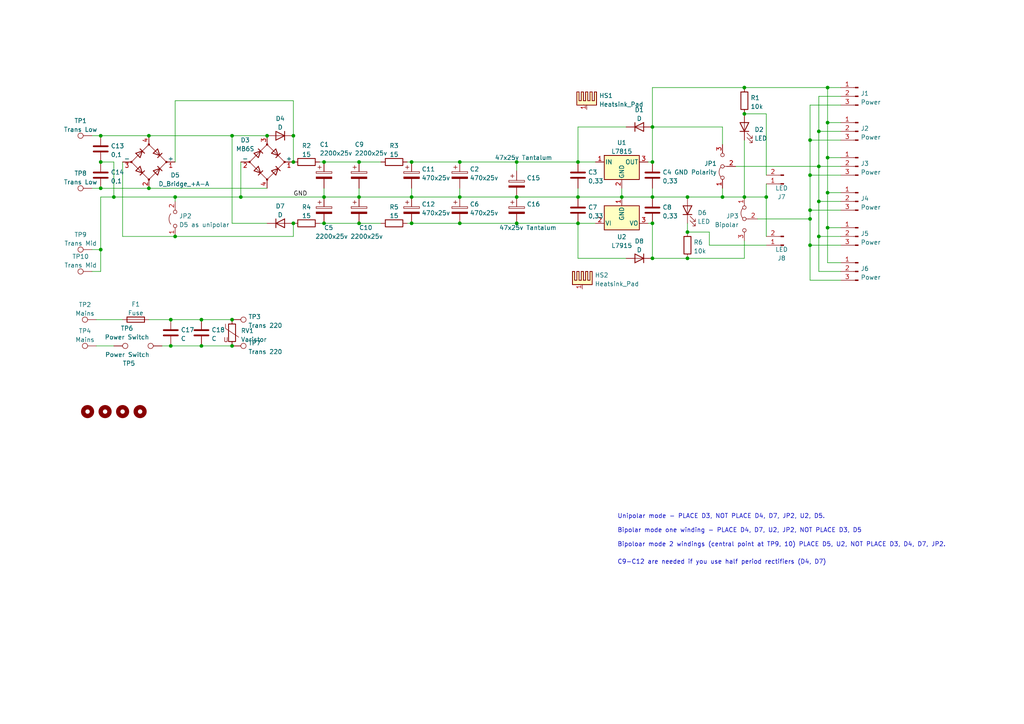
<source format=kicad_sch>
(kicad_sch (version 20211123) (generator eeschema)
  (paper "A4")
  (lib_symbols
    (symbol "Connector:Conn_01x02_Male" (pin_names (offset 1.016) hide)
      (property "Reference" "J" (at 0 2.54 0))
      (property "Value" "Conn_01x02_Male" (at 0 -5.08 0))
      (symbol "Conn_01x02_Male_1_1"
        (polyline (pts (xy 1.27 -2.54) (xy 0.8636 -2.54)) (stroke (width 0.1524)))
        (polyline (pts (xy 1.27 0) (xy 0.8636 0)) (stroke (width 0.1524)))
        (rectangle (start 0.8636 -2.413) (end 0 -2.667) (stroke (width 0.1524)) (fill (type outline)))
        (rectangle (start 0.8636 0.127) (end 0 -0.127) (stroke (width 0.1524)) (fill (type outline)))
        (pin passive line (at 5.08 0 180) (length 3.81) (name "Pin_1") (number "1"))
        (pin passive line (at 5.08 -2.54 180) (length 3.81) (name "Pin_2") (number "2"))
      )
    )
    (symbol "Connector:Conn_01x03_Male" (pin_names (offset 1.016) hide)
      (property "Reference" "J" (at 0 5.08 0))
      (property "Value" "Conn_01x03_Male" (at 0 -5.08 0))
      (symbol "Conn_01x03_Male_1_1"
        (polyline (pts (xy 1.27 -2.54) (xy 0.8636 -2.54)) (stroke (width 0.1524)))
        (polyline (pts (xy 1.27 0) (xy 0.8636 0)) (stroke (width 0.1524)))
        (polyline (pts (xy 1.27 2.54) (xy 0.8636 2.54)) (stroke (width 0.1524)))
        (rectangle (start 0.8636 -2.413) (end 0 -2.667) (stroke (width 0.1524)) (fill (type outline)))
        (rectangle (start 0.8636 0.127) (end 0 -0.127) (stroke (width 0.1524)) (fill (type outline)))
        (rectangle (start 0.8636 2.667) (end 0 2.413) (stroke (width 0.1524)) (fill (type outline)))
        (pin passive line (at 5.08 2.54 180) (length 3.81) (name "Pin_1") (number "1"))
        (pin passive line (at 5.08 0 180) (length 3.81) (name "Pin_2") (number "2"))
        (pin passive line (at 5.08 -2.54 180) (length 3.81) (name "Pin_3") (number "3"))
      )
    )
    (symbol "Connector:TestPoint" (pin_numbers hide) (pin_names (offset 0.762) hide)
      (property "Reference" "TP" (at 0 6.858 0))
      (property "Value" "TestPoint" (at 0 5.08 0))
      (symbol "TestPoint_0_1"
        (circle (center 0 3.302) (radius 0.762))
      )
      (symbol "TestPoint_1_1"
        (pin passive line (at 0 0 90) (length 2.54) (name "1") (number "1"))
      )
    )
    (symbol "Device:C" (pin_numbers hide) (pin_names (offset 0.254))
      (property "Reference" "C" (at 0.635 2.54 0))
      (property "Value" "C" (at 0.635 -2.54 0))
      (symbol "C_0_1"
        (polyline (pts (xy -2.032 -0.762) (xy 2.032 -0.762)) (stroke (width 0.508)))
        (polyline (pts (xy -2.032 0.762) (xy 2.032 0.762)) (stroke (width 0.508)))
      )
      (symbol "C_1_1"
        (pin passive line (at 0 3.81 270) (length 2.794) (name "~") (number "1"))
        (pin passive line (at 0 -3.81 90) (length 2.794) (name "~") (number "2"))
      )
    )
    (symbol "Device:C_Polarized" (pin_numbers hide) (pin_names (offset 0.254))
      (property "Reference" "C" (at 0.635 2.54 0))
      (property "Value" "C_Polarized" (at 0.635 -2.54 0))
      (symbol "C_Polarized_0_1"
        (rectangle (start -2.286 0.508) (end 2.286 1.016))
        (polyline (pts (xy -1.778 2.286) (xy -0.762 2.286)))
        (polyline (pts (xy -1.27 2.794) (xy -1.27 1.778)))
        (rectangle (start 2.286 -0.508) (end -2.286 -1.016) (fill (type outline)))
      )
      (symbol "C_Polarized_1_1"
        (pin passive line (at 0 3.81 270) (length 2.794) (name "~") (number "1"))
        (pin passive line (at 0 -3.81 90) (length 2.794) (name "~") (number "2"))
      )
    )
    (symbol "Device:D" (pin_numbers hide) (pin_names (offset 1.016) hide)
      (property "Reference" "D" (at 0 2.54 0))
      (property "Value" "D" (at 0 -2.54 0))
      (symbol "D_0_1"
        (polyline (pts (xy -1.27 1.27) (xy -1.27 -1.27)) (stroke (width 0.254)))
        (polyline (pts (xy 1.27 0) (xy -1.27 0)))
        (polyline (pts (xy 1.27 1.27) (xy 1.27 -1.27) (xy -1.27 0) (xy 1.27 1.27)) (stroke (width 0.254)))
      )
      (symbol "D_1_1"
        (pin passive line (at -3.81 0 0) (length 2.54) (name "K") (number "1"))
        (pin passive line (at 3.81 0 180) (length 2.54) (name "A") (number "2"))
      )
    )
    (symbol "Device:D_Bridge_+-AA" (pin_names (offset 0))
      (property "Reference" "D" (at 2.54 6.985 0))
      (property "Value" "D_Bridge_+-AA" (at 2.54 5.08 0))
      (symbol "D_Bridge_+-AA_0_1"
        (circle (center -5.08 0) (radius 0.254) (fill (type outline)))
        (circle (center 0 -5.08) (radius 0.254) (fill (type outline)))
        (polyline (pts (xy -2.54 3.81) (xy -1.27 2.54)) (stroke (width 0.254)))
        (polyline (pts (xy -1.27 -2.54) (xy -2.54 -3.81)) (stroke (width 0.254)))
        (polyline (pts (xy 2.54 -1.27) (xy 3.81 -2.54)) (stroke (width 0.254)))
        (polyline (pts (xy 2.54 1.27) (xy 3.81 2.54)) (stroke (width 0.254)))
        (polyline (pts (xy -3.81 2.54) (xy -2.54 1.27) (xy -1.905 3.175) (xy -3.81 2.54)) (stroke (width 0.254)))
        (polyline (pts (xy -2.54 -1.27) (xy -3.81 -2.54) (xy -1.905 -3.175) (xy -2.54 -1.27)) (stroke (width 0.254)))
        (polyline (pts (xy 1.27 2.54) (xy 2.54 3.81) (xy 3.175 1.905) (xy 1.27 2.54)) (stroke (width 0.254)))
        (polyline (pts (xy 3.175 -1.905) (xy 1.27 -2.54) (xy 2.54 -3.81) (xy 3.175 -1.905)) (stroke (width 0.254)))
        (polyline (pts (xy -5.08 0) (xy 0 -5.08) (xy 5.08 0) (xy 0 5.08) (xy -5.08 0)))
        (circle (center 0 5.08) (radius 0.254) (fill (type outline)))
        (circle (center 5.08 0) (radius 0.254) (fill (type outline)))
      )
      (symbol "D_Bridge_+-AA_1_1"
        (pin passive line (at 7.62 0 180) (length 2.54) (name "+") (number "1"))
        (pin passive line (at -7.62 0 0) (length 2.54) (name "-") (number "2"))
        (pin passive line (at 0 7.62 270) (length 2.54) (name "~") (number "3"))
        (pin passive line (at 0 -7.62 90) (length 2.54) (name "~") (number "4"))
      )
    )
    (symbol "Device:D_Bridge_+A-A" (pin_names (offset 0))
      (property "Reference" "D" (at 2.54 6.985 0))
      (property "Value" "D_Bridge_+A-A" (at 2.54 5.08 0))
      (symbol "D_Bridge_+A-A_0_1"
        (circle (center -5.08 0) (radius 0.254) (fill (type outline)))
        (circle (center 0 -5.08) (radius 0.254) (fill (type outline)))
        (polyline (pts (xy -2.54 3.81) (xy -1.27 2.54)) (stroke (width 0.254)))
        (polyline (pts (xy -1.27 -2.54) (xy -2.54 -3.81)) (stroke (width 0.254)))
        (polyline (pts (xy 2.54 -1.27) (xy 3.81 -2.54)) (stroke (width 0.254)))
        (polyline (pts (xy 2.54 1.27) (xy 3.81 2.54)) (stroke (width 0.254)))
        (polyline (pts (xy -3.81 2.54) (xy -2.54 1.27) (xy -1.905 3.175) (xy -3.81 2.54)) (stroke (width 0.254)))
        (polyline (pts (xy -2.54 -1.27) (xy -3.81 -2.54) (xy -1.905 -3.175) (xy -2.54 -1.27)) (stroke (width 0.254)))
        (polyline (pts (xy 1.27 2.54) (xy 2.54 3.81) (xy 3.175 1.905) (xy 1.27 2.54)) (stroke (width 0.254)))
        (polyline (pts (xy 3.175 -1.905) (xy 1.27 -2.54) (xy 2.54 -3.81) (xy 3.175 -1.905)) (stroke (width 0.254)))
        (polyline (pts (xy -5.08 0) (xy 0 -5.08) (xy 5.08 0) (xy 0 5.08) (xy -5.08 0)))
        (circle (center 0 5.08) (radius 0.254) (fill (type outline)))
        (circle (center 5.08 0) (radius 0.254) (fill (type outline)))
      )
      (symbol "D_Bridge_+A-A_1_1"
        (pin passive line (at 7.62 0 180) (length 2.54) (name "+") (number "1"))
        (pin passive line (at 0 -7.62 90) (length 2.54) (name "~") (number "2"))
        (pin passive line (at -7.62 0 0) (length 2.54) (name "-") (number "3"))
        (pin passive line (at 0 7.62 270) (length 2.54) (name "~") (number "4"))
      )
    )
    (symbol "Device:Fuse" (pin_numbers hide) (pin_names (offset 0))
      (property "Reference" "F" (at 2.032 0 90))
      (property "Value" "Fuse" (at -1.905 0 90))
      (symbol "Fuse_0_1"
        (rectangle (start -0.762 -2.54) (end 0.762 2.54) (stroke (width 0.254)))
        (polyline (pts (xy 0 2.54) (xy 0 -2.54)))
      )
      (symbol "Fuse_1_1"
        (pin passive line (at 0 3.81 270) (length 1.27) (name "~") (number "1"))
        (pin passive line (at 0 -3.81 90) (length 1.27) (name "~") (number "2"))
      )
    )
    (symbol "Device:LED" (pin_numbers hide) (pin_names (offset 1.016) hide)
      (property "Reference" "D" (at 0 2.54 0))
      (property "Value" "LED" (at 0 -2.54 0))
      (symbol "LED_0_1"
        (polyline (pts (xy -1.27 -1.27) (xy -1.27 1.27)) (stroke (width 0.254)))
        (polyline (pts (xy -1.27 0) (xy 1.27 0)))
        (polyline (pts (xy 1.27 -1.27) (xy 1.27 1.27) (xy -1.27 0) (xy 1.27 -1.27)) (stroke (width 0.254)))
        (polyline (pts (xy -3.048 -0.762) (xy -4.572 -2.286) (xy -3.81 -2.286) (xy -4.572 -2.286) (xy -4.572 -1.524)))
        (polyline (pts (xy -1.778 -0.762) (xy -3.302 -2.286) (xy -2.54 -2.286) (xy -3.302 -2.286) (xy -3.302 -1.524)))
      )
      (symbol "LED_1_1"
        (pin passive line (at -3.81 0 0) (length 2.54) (name "K") (number "1"))
        (pin passive line (at 3.81 0 180) (length 2.54) (name "A") (number "2"))
      )
    )
    (symbol "Device:R" (pin_numbers hide) (pin_names (offset 0))
      (property "Reference" "R" (at 2.032 0 90))
      (property "Value" "R" (at 0 0 90))
      (symbol "R_0_1"
        (rectangle (start -1.016 -2.54) (end 1.016 2.54) (stroke (width 0.254)))
      )
      (symbol "R_1_1"
        (pin passive line (at 0 3.81 270) (length 1.27) (name "~") (number "1"))
        (pin passive line (at 0 -3.81 90) (length 1.27) (name "~") (number "2"))
      )
    )
    (symbol "Device:Varistor" (pin_numbers hide) (pin_names (offset 0))
      (property "Reference" "RV" (at 3.175 0 90))
      (property "Value" "Varistor" (at -3.175 0 90))
      (symbol "Varistor_0_0"
        (text "U" (at -1.778 -2.032 0) (effects (font (size 1.27 1.27))))
      )
      (symbol "Varistor_0_1"
        (rectangle (start -1.016 -2.54) (end 1.016 2.54) (stroke (width 0.254)))
        (polyline (pts (xy -1.905 2.54) (xy -1.905 1.27) (xy 1.905 -1.27)))
      )
      (symbol "Varistor_1_1"
        (pin passive line (at 0 3.81 270) (length 1.27) (name "~") (number "1"))
        (pin passive line (at 0 -3.81 90) (length 1.27) (name "~") (number "2"))
      )
    )
    (symbol "Jumper:Jumper_2_Open" (pin_names (offset 0) hide)
      (property "Reference" "JP" (at 0 2.794 0))
      (property "Value" "Jumper_2_Open" (at 0 -2.286 0))
      (symbol "Jumper_2_Open_0_0"
        (circle (center -2.032 0) (radius 0.508))
        (circle (center 2.032 0) (radius 0.508))
      )
      (symbol "Jumper_2_Open_0_1"
        (arc (start 1.524 1.27) (mid 0 1.778) (end -1.524 1.27))
      )
      (symbol "Jumper_2_Open_1_1"
        (pin passive line (at -5.08 0 0) (length 2.54) (name "A") (number "1"))
        (pin passive line (at 5.08 0 180) (length 2.54) (name "B") (number "2"))
      )
    )
    (symbol "Jumper:Jumper_3_Bridged12" (pin_names (offset 0) hide)
      (property "Reference" "JP" (at -2.54 -2.54 0))
      (property "Value" "Jumper_3_Bridged12" (at 0 2.794 0))
      (symbol "Jumper_3_Bridged12_0_0"
        (circle (center -3.302 0) (radius 0.508))
        (circle (center 0 0) (radius 0.508))
        (circle (center 3.302 0) (radius 0.508))
      )
      (symbol "Jumper_3_Bridged12_0_1"
        (arc (start -0.254 0.508) (mid -1.651 0.9912) (end -3.048 0.508))
        (polyline (pts (xy 0 -1.27) (xy 0 -0.508)))
      )
      (symbol "Jumper_3_Bridged12_1_1"
        (pin passive line (at -6.35 0 0) (length 2.54) (name "A") (number "1"))
        (pin passive line (at 0 -3.81 90) (length 2.54) (name "C") (number "2"))
        (pin passive line (at 6.35 0 180) (length 2.54) (name "B") (number "3"))
      )
    )
    (symbol "Mechanical:Heatsink_Pad" (pin_names (offset 0))
      (property "Reference" "HS" (at 0 5.715 0))
      (property "Value" "Heatsink_Pad" (at 0 3.81 0))
      (symbol "Heatsink_Pad_0_1"
        (polyline (pts (xy -0.3302 0) (xy -0.9652 0) (xy -0.9652 2.54) (xy -1.6002 2.54) (xy -1.6002 0) (xy -2.2352 0) (xy -2.2352 2.54) (xy -2.8702 2.54) (xy -2.8702 -1.27) (xy -0.9652 -1.27)) (stroke (width 0.254)) (fill (type background)))
        (polyline (pts (xy -0.3302 0) (xy -0.3302 2.54) (xy 0.3048 2.54) (xy 0.3048 0) (xy 0.9398 0) (xy 0.9398 2.54) (xy 1.5748 2.54) (xy 1.5748 0) (xy 2.2098 0) (xy 2.2098 2.54) (xy 2.8448 2.54) (xy 2.8448 -1.27) (xy -0.9652 -1.27)) (stroke (width 0.254)) (fill (type background)))
      )
      (symbol "Heatsink_Pad_1_1"
        (pin passive line (at 0 -2.54 90) (length 1.27) (name "~") (number "1"))
      )
    )
    (symbol "Mechanical:MountingHole" (pin_names (offset 1.016))
      (property "Reference" "H" (at 0 5.08 0))
      (property "Value" "MountingHole" (at 0 3.175 0))
      (symbol "MountingHole_0_1"
        (circle (center 0 0) (radius 1.27) (stroke (width 1.27)))
      )
    )
    (symbol "Regulator_Linear:L7815" (pin_names (offset 0.254))
      (property "Reference" "U" (at -3.81 3.175 0))
      (property "Value" "L7815" (at 0 3.175 0))
      (symbol "L7815_0_1"
        (rectangle (start -5.08 1.905) (end 5.08 -5.08) (stroke (width 0.254)) (fill (type background)))
      )
      (symbol "L7815_1_1"
        (pin power_in line (at -7.62 0 0) (length 2.54) (name "IN") (number "1"))
        (pin power_in line (at 0 -7.62 90) (length 2.54) (name "GND") (number "2"))
        (pin power_out line (at 7.62 0 180) (length 2.54) (name "OUT") (number "3"))
      )
    )
    (symbol "Regulator_Linear:L7915" (pin_names (offset 0.254))
      (property "Reference" "U" (at -3.81 -3.175 0))
      (property "Value" "L7915" (at 0 -3.175 0))
      (symbol "L7915_0_1"
        (rectangle (start -5.08 5.08) (end 5.08 -1.905) (stroke (width 0.254)) (fill (type background)))
      )
      (symbol "L7915_1_1"
        (pin power_in line (at 0 7.62 270) (length 2.54) (name "GND") (number "1"))
        (pin power_in line (at -7.62 0 0) (length 2.54) (name "VI") (number "2"))
        (pin power_out line (at 7.62 0 180) (length 2.54) (name "VO") (number "3"))
      )
    )
  )
  (junction (at 234.95 40.64))
  (junction (at 85.09 64.77))
  (junction (at 104.14 57.15))
  (junction (at 133.35 57.15))
  (junction (at 237.49 38.1))
  (junction (at 58.42 92.71))
  (junction (at 240.03 25.4))
  (junction (at 189.23 64.77))
  (junction (at 234.95 71.12))
  (junction (at 240.03 35.56))
  (junction (at 29.21 72.39))
  (junction (at 167.64 64.77))
  (junction (at 119.38 46.99))
  (junction (at 67.31 92.71))
  (junction (at 199.39 74.93))
  (junction (at 85.09 39.37))
  (junction (at 199.39 67.31))
  (junction (at 215.9 33.02))
  (junction (at 237.49 48.26))
  (junction (at 67.31 39.37))
  (junction (at 215.9 57.15))
  (junction (at 149.86 46.99))
  (junction (at 133.35 64.77))
  (junction (at 237.49 68.58))
  (junction (at 29.21 39.37))
  (junction (at 222.25 57.15))
  (junction (at 85.09 46.99))
  (junction (at 189.23 36.83))
  (junction (at 234.95 50.8))
  (junction (at 93.98 46.99))
  (junction (at 43.18 54.61))
  (junction (at 93.98 57.15))
  (junction (at 133.35 46.99))
  (junction (at 189.23 74.93))
  (junction (at 49.53 100.33))
  (junction (at 209.55 57.15))
  (junction (at 119.38 57.15))
  (junction (at 50.8 57.15))
  (junction (at 234.95 60.96))
  (junction (at 29.21 46.99))
  (junction (at 240.03 45.72))
  (junction (at 215.9 25.4))
  (junction (at 234.95 63.5))
  (junction (at 149.86 57.15))
  (junction (at 67.31 100.33))
  (junction (at 199.39 57.15))
  (junction (at 189.23 46.99))
  (junction (at 69.85 57.15))
  (junction (at 240.03 55.88))
  (junction (at 167.64 57.15))
  (junction (at 77.47 39.37))
  (junction (at 240.03 66.04))
  (junction (at 33.02 57.15))
  (junction (at 119.38 64.77))
  (junction (at 149.86 64.77))
  (junction (at 93.98 64.77))
  (junction (at 237.49 58.42))
  (junction (at 58.42 100.33))
  (junction (at 180.34 57.15))
  (junction (at 49.53 92.71))
  (junction (at 167.64 46.99))
  (junction (at 50.8 68.58))
  (junction (at 104.14 64.77))
  (junction (at 29.21 54.61))
  (junction (at 43.18 39.37))
  (junction (at 189.23 57.15))
  (junction (at 104.14 46.99))
  (wire (pts (xy 240.03 45.72) (xy 240.03 55.88)))
  (wire (pts (xy 149.86 57.15) (xy 133.35 57.15)))
  (wire (pts (xy 29.21 72.39) (xy 26.67 72.39)))
  (wire (pts (xy 222.25 50.8) (xy 222.25 33.02)))
  (wire (pts (xy 240.03 76.2) (xy 240.03 66.04)))
  (wire (pts (xy 180.34 54.61) (xy 180.34 57.15)))
  (wire (pts (xy 50.8 57.15) (xy 33.02 57.15)))
  (wire (pts (xy 49.53 100.33) (xy 58.42 100.33)))
  (wire (pts (xy 189.23 54.61) (xy 189.23 57.15)))
  (wire (pts (xy 237.49 27.94) (xy 237.49 38.1)))
  (wire (pts (xy 243.84 60.96) (xy 234.95 60.96)))
  (wire (pts (xy 215.9 69.85) (xy 215.9 74.93)))
  (wire (pts (xy 189.23 57.15) (xy 199.39 57.15)))
  (wire (pts (xy 234.95 71.12) (xy 234.95 81.28)))
  (wire (pts (xy 240.03 25.4) (xy 240.03 35.56)))
  (wire (pts (xy 222.25 71.12) (xy 205.74 71.12)))
  (wire (pts (xy 50.8 57.15) (xy 50.8 58.42)))
  (wire (pts (xy 237.49 48.26) (xy 237.49 58.42)))
  (wire (pts (xy 243.84 68.58) (xy 237.49 68.58)))
  (wire (pts (xy 189.23 57.15) (xy 180.34 57.15)))
  (wire (pts (xy 133.35 46.99) (xy 149.86 46.99)))
  (wire (pts (xy 240.03 35.56) (xy 240.03 45.72)))
  (wire (pts (xy 243.84 38.1) (xy 237.49 38.1)))
  (wire (pts (xy 234.95 40.64) (xy 234.95 50.8)))
  (wire (pts (xy 243.84 71.12) (xy 234.95 71.12)))
  (wire (pts (xy 240.03 55.88) (xy 240.03 66.04)))
  (wire (pts (xy 167.64 64.77) (xy 172.72 64.77)))
  (wire (pts (xy 26.67 54.61) (xy 29.21 54.61)))
  (wire (pts (xy 118.11 46.99) (xy 119.38 46.99)))
  (wire (pts (xy 209.55 54.61) (xy 209.55 57.15)))
  (wire (pts (xy 149.86 64.77) (xy 167.64 64.77)))
  (wire (pts (xy 104.14 46.99) (xy 110.49 46.99)))
  (wire (pts (xy 240.03 66.04) (xy 243.84 66.04)))
  (wire (pts (xy 222.25 53.34) (xy 222.25 57.15)))
  (wire (pts (xy 243.84 40.64) (xy 234.95 40.64)))
  (wire (pts (xy 104.14 64.77) (xy 110.49 64.77)))
  (wire (pts (xy 29.21 39.37) (xy 43.18 39.37)))
  (wire (pts (xy 43.18 54.61) (xy 77.47 54.61)))
  (wire (pts (xy 149.86 46.99) (xy 149.86 49.53)))
  (wire (pts (xy 93.98 57.15) (xy 93.98 54.61)))
  (wire (pts (xy 209.55 57.15) (xy 215.9 57.15)))
  (wire (pts (xy 58.42 100.33) (xy 67.31 100.33)))
  (wire (pts (xy 199.39 64.77) (xy 199.39 67.31)))
  (wire (pts (xy 69.85 57.15) (xy 93.98 57.15)))
  (wire (pts (xy 93.98 46.99) (xy 104.14 46.99)))
  (wire (pts (xy 243.84 50.8) (xy 234.95 50.8)))
  (wire (pts (xy 234.95 81.28) (xy 243.84 81.28)))
  (wire (pts (xy 234.95 50.8) (xy 234.95 60.96)))
  (wire (pts (xy 50.8 57.15) (xy 69.85 57.15)))
  (wire (pts (xy 43.18 39.37) (xy 67.31 39.37)))
  (wire (pts (xy 199.39 74.93) (xy 189.23 74.93)))
  (wire (pts (xy 243.84 48.26) (xy 237.49 48.26)))
  (wire (pts (xy 167.64 74.93) (xy 167.64 64.77)))
  (wire (pts (xy 180.34 57.15) (xy 167.64 57.15)))
  (wire (pts (xy 219.71 63.5) (xy 234.95 63.5)))
  (wire (pts (xy 119.38 54.61) (xy 119.38 57.15)))
  (wire (pts (xy 67.31 64.77) (xy 67.31 39.37)))
  (wire (pts (xy 243.84 27.94) (xy 237.49 27.94)))
  (wire (pts (xy 243.84 35.56) (xy 240.03 35.56)))
  (wire (pts (xy 119.38 57.15) (xy 104.14 57.15)))
  (wire (pts (xy 35.56 46.99) (xy 35.56 68.58)))
  (wire (pts (xy 234.95 30.48) (xy 234.95 40.64)))
  (wire (pts (xy 43.18 92.71) (xy 49.53 92.71)))
  (wire (pts (xy 93.98 64.77) (xy 104.14 64.77)))
  (wire (pts (xy 237.49 58.42) (xy 237.49 68.58)))
  (wire (pts (xy 67.31 39.37) (xy 77.47 39.37)))
  (wire (pts (xy 215.9 40.64) (xy 215.9 57.15)))
  (wire (pts (xy 234.95 63.5) (xy 234.95 71.12)))
  (wire (pts (xy 205.74 67.31) (xy 199.39 67.31)))
  (wire (pts (xy 199.39 57.15) (xy 209.55 57.15)))
  (wire (pts (xy 118.11 64.77) (xy 119.38 64.77)))
  (wire (pts (xy 50.8 29.21) (xy 85.09 29.21)))
  (wire (pts (xy 215.9 25.4) (xy 240.03 25.4)))
  (wire (pts (xy 85.09 68.58) (xy 85.09 64.77)))
  (wire (pts (xy 35.56 68.58) (xy 50.8 68.58)))
  (wire (pts (xy 167.64 36.83) (xy 167.64 46.99)))
  (wire (pts (xy 119.38 64.77) (xy 133.35 64.77)))
  (wire (pts (xy 50.8 46.99) (xy 50.8 29.21)))
  (wire (pts (xy 189.23 36.83) (xy 189.23 25.4)))
  (wire (pts (xy 222.25 57.15) (xy 215.9 57.15)))
  (wire (pts (xy 133.35 57.15) (xy 119.38 57.15)))
  (wire (pts (xy 26.67 39.37) (xy 29.21 39.37)))
  (wire (pts (xy 237.49 78.74) (xy 243.84 78.74)))
  (wire (pts (xy 29.21 72.39) (xy 29.21 57.15)))
  (wire (pts (xy 104.14 54.61) (xy 104.14 57.15)))
  (wire (pts (xy 26.67 78.74) (xy 29.21 78.74)))
  (wire (pts (xy 187.96 64.77) (xy 189.23 64.77)))
  (wire (pts (xy 29.21 78.74) (xy 29.21 72.39)))
  (wire (pts (xy 29.21 57.15) (xy 33.02 57.15)))
  (wire (pts (xy 209.55 36.83) (xy 189.23 36.83)))
  (wire (pts (xy 205.74 71.12) (xy 205.74 67.31)))
  (wire (pts (xy 69.85 46.99) (xy 69.85 57.15)))
  (wire (pts (xy 209.55 41.91) (xy 209.55 36.83)))
  (wire (pts (xy 181.61 74.93) (xy 167.64 74.93)))
  (wire (pts (xy 181.61 36.83) (xy 167.64 36.83)))
  (wire (pts (xy 187.96 46.99) (xy 189.23 46.99)))
  (wire (pts (xy 222.25 33.02) (xy 215.9 33.02)))
  (wire (pts (xy 58.42 92.71) (xy 67.31 92.71)))
  (wire (pts (xy 50.8 68.58) (xy 85.09 68.58)))
  (wire (pts (xy 77.47 64.77) (xy 67.31 64.77)))
  (wire (pts (xy 149.86 46.99) (xy 167.64 46.99)))
  (wire (pts (xy 237.49 38.1) (xy 237.49 48.26)))
  (wire (pts (xy 33.02 57.15) (xy 33.02 46.99)))
  (wire (pts (xy 237.49 68.58) (xy 237.49 78.74)))
  (wire (pts (xy 189.23 25.4) (xy 215.9 25.4)))
  (wire (pts (xy 243.84 25.4) (xy 240.03 25.4)))
  (wire (pts (xy 133.35 54.61) (xy 133.35 57.15)))
  (wire (pts (xy 85.09 29.21) (xy 85.09 39.37)))
  (wire (pts (xy 234.95 60.96) (xy 234.95 63.5)))
  (wire (pts (xy 167.64 54.61) (xy 167.64 57.15)))
  (wire (pts (xy 167.64 46.99) (xy 172.72 46.99)))
  (wire (pts (xy 49.53 92.71) (xy 58.42 92.71)))
  (wire (pts (xy 92.71 46.99) (xy 93.98 46.99)))
  (wire (pts (xy 189.23 64.77) (xy 189.23 74.93)))
  (wire (pts (xy 104.14 57.15) (xy 93.98 57.15)))
  (wire (pts (xy 167.64 57.15) (xy 149.86 57.15)))
  (wire (pts (xy 29.21 54.61) (xy 43.18 54.61)))
  (wire (pts (xy 46.99 100.33) (xy 49.53 100.33)))
  (wire (pts (xy 215.9 74.93) (xy 199.39 74.93)))
  (wire (pts (xy 85.09 39.37) (xy 85.09 46.99)))
  (wire (pts (xy 27.94 100.33) (xy 33.02 100.33)))
  (wire (pts (xy 33.02 46.99) (xy 29.21 46.99)))
  (wire (pts (xy 119.38 46.99) (xy 133.35 46.99)))
  (wire (pts (xy 27.94 92.71) (xy 35.56 92.71)))
  (wire (pts (xy 243.84 76.2) (xy 240.03 76.2)))
  (wire (pts (xy 213.36 48.26) (xy 237.49 48.26)))
  (wire (pts (xy 243.84 30.48) (xy 234.95 30.48)))
  (wire (pts (xy 243.84 55.88) (xy 240.03 55.88)))
  (wire (pts (xy 133.35 64.77) (xy 149.86 64.77)))
  (wire (pts (xy 92.71 64.77) (xy 93.98 64.77)))
  (wire (pts (xy 222.25 57.15) (xy 222.25 68.58)))
  (wire (pts (xy 243.84 45.72) (xy 240.03 45.72)))
  (wire (pts (xy 243.84 58.42) (xy 237.49 58.42)))
  (wire (pts (xy 189.23 36.83) (xy 189.23 46.99)))
  (text "Unipolar mode - PLACE D3, NOT PLACE D4, D7, JP2, U2, D5.\n\nBipolar mode one winding - PLACE D4, D7, U2, JP2, NOT PLACE D3, D5\n\nBipoloar mode 2 windings (central point at TP9, 10) PLACE D5, U2, NOT PLACE D3, D4, D7, JP2.\n" (at 179.07 158.75 0) (effects (font (size 1.27 1.27)) (justify left bottom)))
  (text "C9-C12 are needed if you use half period rectifiers (D4, D7)" (at 179.07 163.83 0) (effects (font (size 1.27 1.27)) (justify left bottom)))
  (label "GND" (at 85.09 57.15 0))
  (symbol (lib_id "Device:C_Polarized") (at 149.86 53.34 0) (unit 1)
    (property "Reference" "C15" (at 152.781 51.6163 0) (effects (justify left)))
    (property "Value" "47x25v Tantalum" (at 143.51 45.72 0) (effects (justify left)))
    (property "Footprint" "Capacitor_Tantalum_SMD:CP_EIA-2012-12_Kemet-R_Pad1.30x1.05mm_HandSolder" (effects hide))
  )
  (symbol (lib_id "Device:C_Polarized") (at 104.14 50.8 0) (unit 1)
    (property "Reference" "C9" (at 102.87 41.91 0) (effects (justify left)))
    (property "Value" "2200x25v" (at 102.87 44.45 0) (effects (justify left)))
    (property "Footprint" "Capacitor_THT:CP_Radial_D13.0mm_P5.00mm" (effects hide))
  )
  (symbol (lib_id "Device:D") (at 81.28 64.77 0) (unit 1)
    (property "Reference" "D7" (at 81.28 59.8002 0))
    (property "Value" "D" (at 81.28 62.3371 0))
    (property "Footprint" "Diode_SMD:D_SMA-SMB_Universal_Handsoldering" (effects hide))
  )
  (symbol (lib_id "Device:C") (at 29.21 50.8 0) (unit 1)
    (property "Reference" "C14" (at 32.131 49.9653 0) (effects (justify left)))
    (property "Value" "0,1" (at 32.131 52.5022 0) (effects (justify left)))
    (property "Footprint" "Capacitor_SMD:C_0805_2012Metric_Pad1.18x1.45mm_HandSolder" (effects hide))
  )
  (symbol (lib_id "Device:D") (at 185.42 74.93 180) (unit 1)
    (property "Reference" "D8" (at 185.42 69.9602 0))
    (property "Value" "D" (at 185.42 72.4971 0))
    (property "Footprint" "Diode_SMD:D_SMA-SMB_Universal_Handsoldering" (effects hide))
  )
  (symbol (lib_id "Connector:TestPoint") (at 33.02 100.33 270) (unit 1)
    (property "Reference" "TP5" (at 35.56 105.41 90) (effects (justify left)))
    (property "Value" "Power Switch" (at 30.48 102.87 90) (effects (justify left)))
    (property "Footprint" "TestPoint:TestPoint_THTPad_2.0x2.0mm_Drill1.0mm" (effects hide))
  )
  (symbol (lib_id "Device:C") (at 189.23 60.96 0) (unit 1)
    (property "Reference" "C8" (at 192.151 60.1253 0) (effects (justify left)))
    (property "Value" "0,33" (at 192.151 62.6622 0) (effects (justify left)))
    (property "Footprint" "Capacitor_SMD:C_0805_2012Metric_Pad1.18x1.45mm_HandSolder" (effects hide))
  )
  (symbol (lib_id "Connector:TestPoint") (at 67.31 92.71 270) (unit 1)
    (property "Reference" "TP3" (at 72.009 91.8753 90) (effects (justify left)))
    (property "Value" "Trans 220" (at 72.009 94.4122 90) (effects (justify left)))
    (property "Footprint" "TestPoint:TestPoint_THTPad_2.0x2.0mm_Drill1.0mm" (effects hide))
  )
  (symbol (lib_id "Device:Varistor") (at 67.31 96.52 0) (unit 1)
    (property "Reference" "RV1" (at 69.85 95.9385 0) (effects (justify left)))
    (property "Value" "Varistor" (at 69.85 98.4754 0) (effects (justify left)))
    (property "Footprint" "Varistor:RV_Disc_D15.5mm_W3.9mm_P7.5mm" (effects hide))
  )
  (symbol (lib_id "Device:C") (at 29.21 43.18 0) (unit 1)
    (property "Reference" "C13" (at 32.131 42.3453 0) (effects (justify left)))
    (property "Value" "0,1" (at 32.131 44.8822 0) (effects (justify left)))
    (property "Footprint" "Capacitor_SMD:C_0805_2012Metric_Pad1.18x1.45mm_HandSolder" (effects hide))
  )
  (symbol (lib_id "Device:R") (at 88.9 46.99 90) (unit 1)
    (property "Reference" "R2" (at 88.9 42.2742 90))
    (property "Value" "15" (at 88.9 44.8111 90))
    (property "Footprint" "Resistor_THT:R_Axial_DIN0516_L15.5mm_D5.0mm_P5.08mm_Vertical" (effects hide))
  )
  (symbol (lib_id "Device:D_Bridge_+A-A") (at 43.18 46.99 0) (unit 1)
    (property "Reference" "D5" (at 50.8 50.8 0))
    (property "Value" "D_Bridge_+A-A" (at 53.34 53.34 0))
    (property "Footprint" "Diode_THT:Diode_Bridge_Round_D9.0mm" (effects hide))
  )
  (symbol (lib_id "Connector:Conn_01x02_Male") (at 227.33 71.12 180) (unit 1)
    (property "Reference" "J8" (at 226.695 74.896 0))
    (property "Value" "LED" (at 226.695 72.3591 0))
    (property "Footprint" "Connector_PinHeader_2.54mm:PinHeader_1x02_P2.54mm_Vertical" (effects hide))
  )
  (symbol (lib_id "Regulator_Linear:L7815") (at 180.34 46.99 0) (unit 1)
    (property "Reference" "U1" (at 180.34 41.3852 0))
    (property "Value" "L7815" (at 180.34 43.9221 0))
    (property "Footprint" "Package_TO_SOT_THT:TO-220-3_Vertical" (effects hide))
    (property "Datasheet" "http://www.st.com/content/ccc/resource/technical/document/datasheet/41/4f/b3/b0/12/d4/47/88/CD00000444.pdf/files/CD00000444.pdf/jcr:content/translations/en.CD00000444.pdf" (effects hide))
  )
  (symbol (lib_id "Connector:TestPoint") (at 27.94 100.33 90) (unit 1)
    (property "Reference" "TP4" (at 24.638 95.9952 90))
    (property "Value" "Mains" (at 24.638 98.5321 90))
    (property "Footprint" "TestPoint:TestPoint_THTPad_2.0x2.0mm_Drill1.0mm" (effects hide))
  )
  (symbol (lib_id "Connector:TestPoint") (at 26.67 72.39 90) (unit 1)
    (property "Reference" "TP9" (at 23.368 68.0552 90))
    (property "Value" "Trans Mid" (at 23.368 70.5921 90))
    (property "Footprint" "TestPoint:TestPoint_THTPad_2.0x2.0mm_Drill1.0mm" (effects hide))
  )
  (symbol (lib_id "Jumper:Jumper_3_Bridged12") (at 209.55 48.26 90) (unit 1)
    (property "Reference" "JP1" (at 207.9239 47.4253 90) (effects (justify left)))
    (property "Value" "GND Polarity" (at 207.9239 49.9622 90) (effects (justify left)))
    (property "Footprint" "Connector_PinHeader_2.54mm:PinHeader_1x03_P2.54mm_Vertical" (effects hide))
  )
  (symbol (lib_id "Connector:Conn_01x03_Male") (at 248.92 58.42 0) (mirror y) (unit 1)
    (property "Reference" "J4" (at 249.6312 57.5853 0) (effects (justify right)))
    (property "Value" "Power" (at 249.6312 60.1222 0) (effects (justify right)))
    (property "Footprint" "Connector_PinHeader_2.54mm:PinHeader_1x03_P2.54mm_Vertical" (effects hide))
  )
  (symbol (lib_id "Device:LED") (at 199.39 60.96 90) (unit 1)
    (property "Reference" "D6" (at 202.311 61.7128 90) (effects (justify right)))
    (property "Value" "LED" (at 202.311 64.2497 90) (effects (justify right)))
    (property "Footprint" "LED_SMD:LED_1206_3216Metric_Pad1.42x1.75mm_HandSolder" (effects hide))
  )
  (symbol (lib_id "Device:C_Polarized") (at 93.98 60.96 0) (unit 1)
    (property "Reference" "C5" (at 93.98 66.04 0) (effects (justify left)))
    (property "Value" "2200x25v" (at 91.44 68.58 0) (effects (justify left)))
    (property "Footprint" "Capacitor_THT:CP_Radial_D13.0mm_P5.00mm" (effects hide))
  )
  (symbol (lib_id "Mechanical:Heatsink_Pad") (at 168.91 81.28 0) (unit 1)
    (property "Reference" "HS2" (at 172.5168 79.8103 0) (effects (justify left)))
    (property "Value" "Heatsink_Pad" (at 172.5168 82.3472 0) (effects (justify left)))
    (property "Footprint" "Heatsink:Heatsink_AAVID_576802B03900G" (effects hide))
  )
  (symbol (lib_id "Device:C") (at 167.64 50.8 0) (unit 1)
    (property "Reference" "C3" (at 170.561 49.9653 0) (effects (justify left)))
    (property "Value" "0,33" (at 170.561 52.5022 0) (effects (justify left)))
    (property "Footprint" "Capacitor_SMD:C_0805_2012Metric_Pad1.18x1.45mm_HandSolder" (effects hide))
  )
  (symbol (lib_id "Mechanical:MountingHole") (at 40.64 119.38 0) (unit 1)
    (property "Reference" "H4" (effects hide))
    (property "Value" "MountingHole" (effects hide))
    (property "Footprint" "MountingHole:MountingHole_3.2mm_M3" (effects hide))
  )
  (symbol (lib_id "Regulator_Linear:L7915") (at 180.34 64.77 0) (unit 1)
    (property "Reference" "U2" (at 180.34 68.7054 0))
    (property "Value" "L7915" (at 180.34 71.2423 0))
    (property "Footprint" "Package_TO_SOT_THT:TO-220-3_Vertical" (effects hide))
    (property "Datasheet" "http://www.st.com/content/ccc/resource/technical/document/datasheet/c9/16/86/41/c7/2b/45/f2/CD00000450.pdf/files/CD00000450.pdf/jcr:content/translations/en.CD00000450.pdf" (effects hide))
  )
  (symbol (lib_id "Device:C") (at 167.64 60.96 0) (unit 1)
    (property "Reference" "C7" (at 170.561 60.1253 0) (effects (justify left)))
    (property "Value" "0,33" (at 170.561 62.6622 0) (effects (justify left)))
    (property "Footprint" "Capacitor_SMD:C_0805_2012Metric_Pad1.18x1.45mm_HandSolder" (effects hide))
  )
  (symbol (lib_id "Device:C") (at 189.23 50.8 0) (unit 1)
    (property "Reference" "C4" (at 192.151 49.9653 0) (effects (justify left)))
    (property "Value" "0,33" (at 192.151 52.5022 0) (effects (justify left)))
    (property "Footprint" "Capacitor_SMD:C_0805_2012Metric_Pad1.18x1.45mm_HandSolder" (effects hide))
  )
  (symbol (lib_id "Mechanical:MountingHole") (at 35.56 119.38 0) (unit 1)
    (property "Reference" "H3" (effects hide))
    (property "Value" "MountingHole" (effects hide))
    (property "Footprint" "MountingHole:MountingHole_3.2mm_M3" (effects hide))
  )
  (symbol (lib_id "Device:R") (at 114.3 46.99 90) (unit 1)
    (property "Reference" "R3" (at 114.3 42.2742 90))
    (property "Value" "15" (at 114.3 44.8111 90))
    (property "Footprint" "Resistor_THT:R_Axial_DIN0516_L15.5mm_D5.0mm_P5.08mm_Vertical" (effects hide))
  )
  (symbol (lib_id "Device:R") (at 114.3 64.77 90) (unit 1)
    (property "Reference" "R5" (at 114.3 60.0542 90))
    (property "Value" "15" (at 114.3 62.5911 90))
    (property "Footprint" "Resistor_THT:R_Axial_DIN0516_L15.5mm_D5.0mm_P5.08mm_Vertical" (effects hide))
  )
  (symbol (lib_id "Device:C_Polarized") (at 119.38 60.96 0) (unit 1)
    (property "Reference" "C12" (at 122.301 59.2363 0) (effects (justify left)))
    (property "Value" "470x25v" (at 122.301 61.7732 0) (effects (justify left)))
    (property "Footprint" "Capacitor_THT:CP_Radial_D13.0mm_P5.00mm" (effects hide))
  )
  (symbol (lib_id "Connector:TestPoint") (at 26.67 39.37 90) (unit 1)
    (property "Reference" "TP1" (at 23.368 35.0352 90))
    (property "Value" "Trans Low" (at 23.368 37.5721 90))
    (property "Footprint" "TestPoint:TestPoint_THTPad_2.0x2.0mm_Drill1.0mm" (effects hide))
  )
  (symbol (lib_id "Device:R") (at 215.9 29.21 180) (unit 1)
    (property "Reference" "R1" (at 217.678 28.3753 0) (effects (justify right)))
    (property "Value" "10k" (at 217.678 30.9122 0) (effects (justify right)))
    (property "Footprint" "Resistor_SMD:R_1206_3216Metric_Pad1.30x1.75mm_HandSolder" (effects hide))
  )
  (symbol (lib_id "Connector:Conn_01x03_Male") (at 248.92 38.1 0) (mirror y) (unit 1)
    (property "Reference" "J2" (at 249.6312 37.2653 0) (effects (justify right)))
    (property "Value" "Power" (at 249.6312 39.8022 0) (effects (justify right)))
    (property "Footprint" "Connector_PinHeader_2.54mm:PinHeader_1x03_P2.54mm_Vertical" (effects hide))
  )
  (symbol (lib_id "Connector:TestPoint") (at 26.67 78.74 90) (unit 1)
    (property "Reference" "TP10" (at 23.368 74.4052 90))
    (property "Value" "Trans Mid" (at 23.368 76.9421 90))
    (property "Footprint" "TestPoint:TestPoint_THTPad_2.0x2.0mm_Drill1.0mm" (effects hide))
  )
  (symbol (lib_id "Device:R") (at 199.39 71.12 180) (unit 1)
    (property "Reference" "R6" (at 201.168 70.2853 0) (effects (justify right)))
    (property "Value" "10k" (at 201.168 72.8222 0) (effects (justify right)))
    (property "Footprint" "Resistor_SMD:R_1206_3216Metric_Pad1.30x1.75mm_HandSolder" (effects hide))
  )
  (symbol (lib_id "Jumper:Jumper_2_Open") (at 50.8 63.5 90) (unit 1)
    (property "Reference" "JP2" (at 51.943 62.6653 90) (effects (justify right)))
    (property "Value" "D5 as unipolar" (at 51.943 65.2022 90) (effects (justify right)))
    (property "Footprint" "TestPoint:TestPoint_2Pads_Pitch2.54mm_Drill0.8mm" (effects hide))
  )
  (symbol (lib_id "Device:C") (at 58.42 96.52 0) (unit 1)
    (property "Reference" "C18" (at 61.341 95.6853 0) (effects (justify left)))
    (property "Value" "C" (at 61.341 98.2222 0) (effects (justify left)))
    (property "Footprint" "Capacitor_THT:C_Axial_L12.0mm_D6.5mm_P20.00mm_Horizontal" (effects hide))
  )
  (symbol (lib_id "Connector:Conn_01x03_Male") (at 248.92 78.74 0) (mirror y) (unit 1)
    (property "Reference" "J6" (at 249.6312 77.9053 0) (effects (justify right)))
    (property "Value" "Power" (at 249.6312 80.4422 0) (effects (justify right)))
    (property "Footprint" "Connector_PinHeader_2.54mm:PinHeader_1x03_P2.54mm_Vertical" (effects hide))
  )
  (symbol (lib_id "Device:C_Polarized") (at 133.35 50.8 0) (unit 1)
    (property "Reference" "C2" (at 136.271 49.0763 0) (effects (justify left)))
    (property "Value" "470x25v" (at 136.271 51.6132 0) (effects (justify left)))
    (property "Footprint" "Capacitor_THT:CP_Radial_D13.0mm_P5.00mm" (effects hide))
  )
  (symbol (lib_id "Connector:TestPoint") (at 26.67 54.61 90) (unit 1)
    (property "Reference" "TP8" (at 23.368 50.2752 90))
    (property "Value" "Trans Low" (at 23.368 52.8121 90))
    (property "Footprint" "TestPoint:TestPoint_THTPad_2.0x2.0mm_Drill1.0mm" (effects hide))
  )
  (symbol (lib_id "Device:D") (at 185.42 36.83 0) (unit 1)
    (property "Reference" "D1" (at 185.42 31.8602 0))
    (property "Value" "D" (at 185.42 34.3971 0))
    (property "Footprint" "Diode_SMD:D_SMA-SMB_Universal_Handsoldering" (effects hide))
  )
  (symbol (lib_id "Mechanical:MountingHole") (at 30.48 119.38 0) (unit 1)
    (property "Reference" "H2" (effects hide))
    (property "Value" "MountingHole" (effects hide))
    (property "Footprint" "MountingHole:MountingHole_3.2mm_M3" (effects hide))
  )
  (symbol (lib_id "Mechanical:Heatsink_Pad") (at 170.18 29.21 0) (unit 1)
    (property "Reference" "HS1" (at 173.7868 27.7403 0) (effects (justify left)))
    (property "Value" "Heatsink_Pad" (at 173.7868 30.2772 0) (effects (justify left)))
    (property "Footprint" "Heatsink:Heatsink_AAVID_576802B03900G" (effects hide))
  )
  (symbol (lib_id "Device:D_Bridge_+-AA") (at 77.47 46.99 0) (unit 1)
    (property "Reference" "D3" (at 71.12 40.64 0))
    (property "Value" "MB6S" (at 71.12 43.18 0))
    (property "Footprint" "Diode_SMD:Diode_Bridge_OnSemi_SDIP-4L" (effects hide))
  )
  (symbol (lib_id "Connector:TestPoint") (at 67.31 100.33 270) (unit 1)
    (property "Reference" "TP7" (at 72.009 99.4953 90) (effects (justify left)))
    (property "Value" "Trans 220" (at 72.009 102.0322 90) (effects (justify left)))
    (property "Footprint" "TestPoint:TestPoint_THTPad_2.0x2.0mm_Drill1.0mm" (effects hide))
  )
  (symbol (lib_id "Device:C_Polarized") (at 133.35 60.96 0) (unit 1)
    (property "Reference" "C6" (at 136.271 59.2363 0) (effects (justify left)))
    (property "Value" "470x25v" (at 136.271 61.7732 0) (effects (justify left)))
    (property "Footprint" "Capacitor_THT:CP_Radial_D13.0mm_P5.00mm" (effects hide))
  )
  (symbol (lib_id "Device:C_Polarized") (at 93.98 50.8 0) (unit 1)
    (property "Reference" "C1" (at 92.71 41.91 0) (effects (justify left)))
    (property "Value" "2200x25v" (at 92.71 44.45 0) (effects (justify left)))
    (property "Footprint" "Capacitor_THT:CP_Radial_D13.0mm_P5.00mm" (effects hide))
  )
  (symbol (lib_id "Connector:Conn_01x03_Male") (at 248.92 27.94 0) (mirror y) (unit 1)
    (property "Reference" "J1" (at 249.6312 27.1053 0) (effects (justify right)))
    (property "Value" "Power" (at 249.6312 29.6422 0) (effects (justify right)))
    (property "Footprint" "Connector_PinHeader_2.54mm:PinHeader_1x03_P2.54mm_Vertical" (effects hide))
  )
  (symbol (lib_id "Device:R") (at 88.9 64.77 90) (unit 1)
    (property "Reference" "R4" (at 88.9 60.0542 90))
    (property "Value" "15" (at 88.9 62.5911 90))
    (property "Footprint" "Resistor_THT:R_Axial_DIN0516_L15.5mm_D5.0mm_P5.08mm_Vertical" (effects hide))
  )
  (symbol (lib_id "Jumper:Jumper_3_Bridged12") (at 215.9 63.5 90) (mirror x) (unit 1)
    (property "Reference" "JP3" (at 214.2739 62.6653 90) (effects (justify left)))
    (property "Value" "Bipolar" (at 214.2739 65.2022 90) (effects (justify left)))
    (property "Footprint" "Connector_PinHeader_2.54mm:PinHeader_1x03_P2.54mm_Vertical" (effects hide))
  )
  (symbol (lib_id "Device:C") (at 49.53 96.52 0) (unit 1)
    (property "Reference" "C17" (at 52.451 95.6853 0) (effects (justify left)))
    (property "Value" "C" (at 52.451 98.2222 0) (effects (justify left)))
    (property "Footprint" "Capacitor_THT:C_Axial_L12.0mm_D6.5mm_P20.00mm_Horizontal" (effects hide))
  )
  (symbol (lib_id "Connector:TestPoint") (at 27.94 92.71 90) (unit 1)
    (property "Reference" "TP2" (at 24.638 88.3752 90))
    (property "Value" "Mains" (at 24.638 90.9121 90))
    (property "Footprint" "TestPoint:TestPoint_THTPad_2.0x2.0mm_Drill1.0mm" (effects hide))
  )
  (symbol (lib_id "Connector:Conn_01x02_Male") (at 227.33 53.34 180) (unit 1)
    (property "Reference" "J7" (at 226.695 57.116 0))
    (property "Value" "LED" (at 226.695 54.5791 0))
    (property "Footprint" "Connector_PinHeader_2.54mm:PinHeader_1x02_P2.54mm_Vertical" (effects hide))
  )
  (symbol (lib_id "Connector:Conn_01x03_Male") (at 248.92 68.58 0) (mirror y) (unit 1)
    (property "Reference" "J5" (at 249.6312 67.7453 0) (effects (justify right)))
    (property "Value" "Power" (at 249.6312 70.2822 0) (effects (justify right)))
    (property "Footprint" "Connector_PinHeader_2.54mm:PinHeader_1x03_P2.54mm_Vertical" (effects hide))
  )
  (symbol (lib_id "Mechanical:MountingHole") (at 25.4 119.38 0) (unit 1)
    (property "Reference" "H1" (effects hide))
    (property "Value" "MountingHole" (effects hide))
    (property "Footprint" "MountingHole:MountingHole_3.2mm_M3" (effects hide))
  )
  (symbol (lib_id "Device:LED") (at 215.9 36.83 90) (unit 1)
    (property "Reference" "D2" (at 218.821 37.5828 90) (effects (justify right)))
    (property "Value" "LED" (at 218.821 40.1197 90) (effects (justify right)))
    (property "Footprint" "LED_SMD:LED_1206_3216Metric_Pad1.42x1.75mm_HandSolder" (effects hide))
  )
  (symbol (lib_id "Device:D") (at 81.28 39.37 180) (unit 1)
    (property "Reference" "D4" (at 81.28 34.4002 0))
    (property "Value" "D" (at 81.28 36.9371 0))
    (property "Footprint" "Diode_SMD:D_SMA-SMB_Universal_Handsoldering" (effects hide))
  )
  (symbol (lib_id "Device:C_Polarized") (at 119.38 50.8 0) (unit 1)
    (property "Reference" "C11" (at 122.301 49.0763 0) (effects (justify left)))
    (property "Value" "470x25v" (at 122.301 51.6132 0) (effects (justify left)))
    (property "Footprint" "Capacitor_THT:CP_Radial_D13.0mm_P5.00mm" (effects hide))
  )
  (symbol (lib_id "Connector:TestPoint") (at 46.99 100.33 90) (unit 1)
    (property "Reference" "TP6" (at 36.83 95.25 90))
    (property "Value" "Power Switch" (at 36.83 97.79 90))
    (property "Footprint" "TestPoint:TestPoint_THTPad_2.0x2.0mm_Drill1.0mm" (effects hide))
  )
  (symbol (lib_id "Device:C_Polarized") (at 104.14 60.96 0) (unit 1)
    (property "Reference" "C10" (at 104.14 66.04 0) (effects (justify left)))
    (property "Value" "2200x25v" (at 101.6 68.58 0) (effects (justify left)))
    (property "Footprint" "Capacitor_THT:CP_Radial_D13.0mm_P5.00mm" (effects hide))
  )
  (symbol (lib_id "Connector:Conn_01x03_Male") (at 248.92 48.26 0) (mirror y) (unit 1)
    (property "Reference" "J3" (at 249.6312 47.4253 0) (effects (justify right)))
    (property "Value" "Power" (at 249.6312 49.9622 0) (effects (justify right)))
    (property "Footprint" "Connector_PinHeader_2.54mm:PinHeader_1x03_P2.54mm_Vertical" (effects hide))
  )
  (symbol (lib_id "Device:C_Polarized") (at 149.86 60.96 0) (unit 1)
    (property "Reference" "C16" (at 152.781 59.2363 0) (effects (justify left)))
    (property "Value" "47x25v Tantalum" (at 144.78 66.04 0) (effects (justify left)))
    (property "Footprint" "Capacitor_Tantalum_SMD:CP_EIA-2012-12_Kemet-R_Pad1.30x1.05mm_HandSolder" (effects hide))
  )
  (symbol (lib_id "Device:Fuse") (at 39.37 92.71 90) (unit 1)
    (property "Reference" "F1" (at 39.37 88.2482 90))
    (property "Value" "Fuse" (at 39.37 90.7851 90))
    (property "Footprint" "Fuse:Fuseholder_Clip-5x20mm_Keystone_3512_Inline_P23.62x7.27mm_D1.02x1.57mm_Horizontal" (effects hide))
  )
)
</source>
